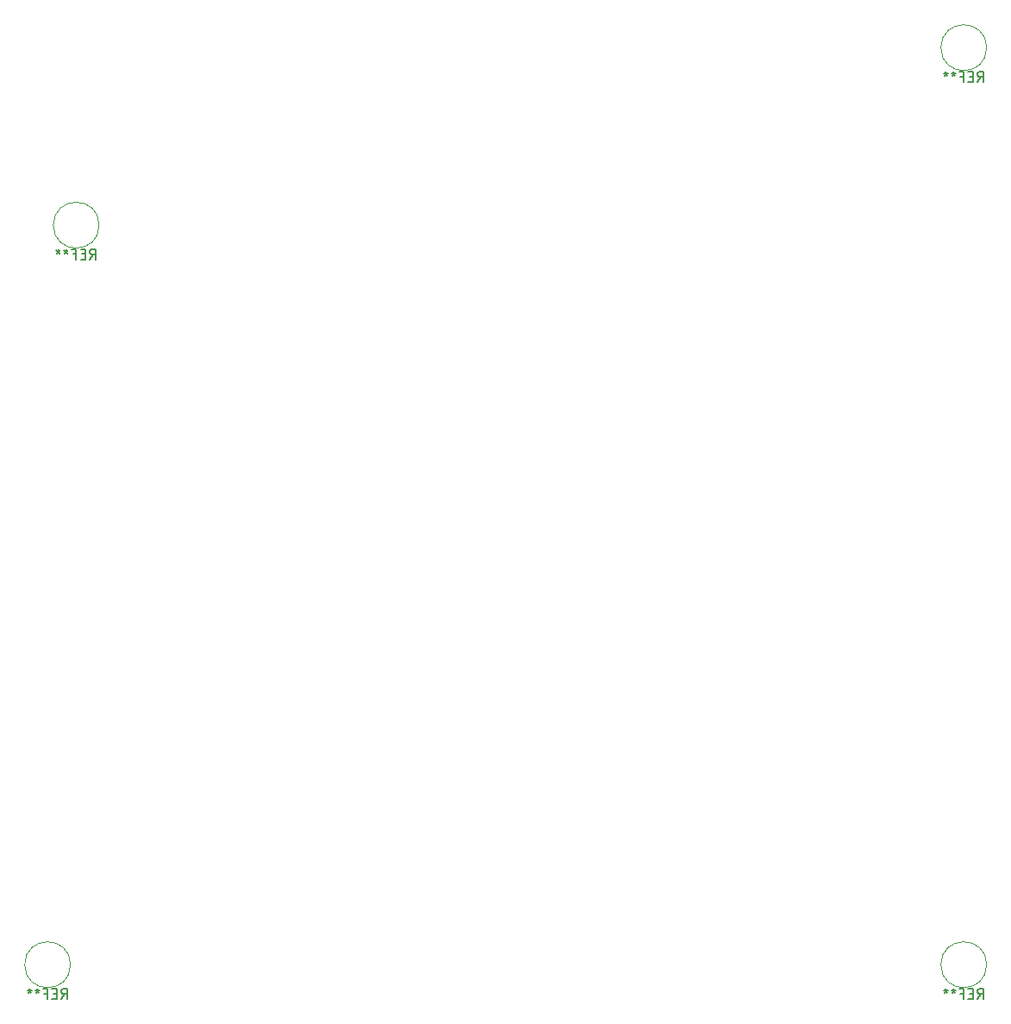
<source format=gbr>
G04 #@! TF.GenerationSoftware,KiCad,Pcbnew,(5.1.5)-2*
G04 #@! TF.CreationDate,2019-12-12T13:33:21-05:00*
G04 #@! TF.ProjectId,face,66616365-2e6b-4696-9361-645f70636258,rev?*
G04 #@! TF.SameCoordinates,Original*
G04 #@! TF.FileFunction,Legend,Bot*
G04 #@! TF.FilePolarity,Positive*
%FSLAX46Y46*%
G04 Gerber Fmt 4.6, Leading zero omitted, Abs format (unit mm)*
G04 Created by KiCad (PCBNEW (5.1.5)-2) date 2019-12-12 13:33:21*
%MOMM*%
%LPD*%
G04 APERTURE LIST*
%ADD10C,0.120000*%
%ADD11C,0.150000*%
G04 APERTURE END LIST*
D10*
X10064000Y-22414000D02*
G75*
G03X10064000Y-22414000I-2250000J0D01*
G01*
X97250000Y-5000000D02*
G75*
G03X97250000Y-5000000I-2250000J0D01*
G01*
X97250000Y-95000000D02*
G75*
G03X97250000Y-95000000I-2250000J0D01*
G01*
X7250000Y-95000000D02*
G75*
G03X7250000Y-95000000I-2250000J0D01*
G01*
D11*
X9147333Y-25764380D02*
X9480666Y-25288190D01*
X9718761Y-25764380D02*
X9718761Y-24764380D01*
X9337809Y-24764380D01*
X9242571Y-24812000D01*
X9194952Y-24859619D01*
X9147333Y-24954857D01*
X9147333Y-25097714D01*
X9194952Y-25192952D01*
X9242571Y-25240571D01*
X9337809Y-25288190D01*
X9718761Y-25288190D01*
X8718761Y-25240571D02*
X8385428Y-25240571D01*
X8242571Y-25764380D02*
X8718761Y-25764380D01*
X8718761Y-24764380D01*
X8242571Y-24764380D01*
X7480666Y-25240571D02*
X7814000Y-25240571D01*
X7814000Y-25764380D02*
X7814000Y-24764380D01*
X7337809Y-24764380D01*
X6814000Y-24764380D02*
X6814000Y-25002476D01*
X7052095Y-24907238D02*
X6814000Y-25002476D01*
X6575904Y-24907238D01*
X6956857Y-25192952D02*
X6814000Y-25002476D01*
X6671142Y-25192952D01*
X6052095Y-24764380D02*
X6052095Y-25002476D01*
X6290190Y-24907238D02*
X6052095Y-25002476D01*
X5814000Y-24907238D01*
X6194952Y-25192952D02*
X6052095Y-25002476D01*
X5909238Y-25192952D01*
X96333333Y-8350380D02*
X96666666Y-7874190D01*
X96904761Y-8350380D02*
X96904761Y-7350380D01*
X96523809Y-7350380D01*
X96428571Y-7398000D01*
X96380952Y-7445619D01*
X96333333Y-7540857D01*
X96333333Y-7683714D01*
X96380952Y-7778952D01*
X96428571Y-7826571D01*
X96523809Y-7874190D01*
X96904761Y-7874190D01*
X95904761Y-7826571D02*
X95571428Y-7826571D01*
X95428571Y-8350380D02*
X95904761Y-8350380D01*
X95904761Y-7350380D01*
X95428571Y-7350380D01*
X94666666Y-7826571D02*
X95000000Y-7826571D01*
X95000000Y-8350380D02*
X95000000Y-7350380D01*
X94523809Y-7350380D01*
X94000000Y-7350380D02*
X94000000Y-7588476D01*
X94238095Y-7493238D02*
X94000000Y-7588476D01*
X93761904Y-7493238D01*
X94142857Y-7778952D02*
X94000000Y-7588476D01*
X93857142Y-7778952D01*
X93238095Y-7350380D02*
X93238095Y-7588476D01*
X93476190Y-7493238D02*
X93238095Y-7588476D01*
X93000000Y-7493238D01*
X93380952Y-7778952D02*
X93238095Y-7588476D01*
X93095238Y-7778952D01*
X96333333Y-98350380D02*
X96666666Y-97874190D01*
X96904761Y-98350380D02*
X96904761Y-97350380D01*
X96523809Y-97350380D01*
X96428571Y-97398000D01*
X96380952Y-97445619D01*
X96333333Y-97540857D01*
X96333333Y-97683714D01*
X96380952Y-97778952D01*
X96428571Y-97826571D01*
X96523809Y-97874190D01*
X96904761Y-97874190D01*
X95904761Y-97826571D02*
X95571428Y-97826571D01*
X95428571Y-98350380D02*
X95904761Y-98350380D01*
X95904761Y-97350380D01*
X95428571Y-97350380D01*
X94666666Y-97826571D02*
X95000000Y-97826571D01*
X95000000Y-98350380D02*
X95000000Y-97350380D01*
X94523809Y-97350380D01*
X94000000Y-97350380D02*
X94000000Y-97588476D01*
X94238095Y-97493238D02*
X94000000Y-97588476D01*
X93761904Y-97493238D01*
X94142857Y-97778952D02*
X94000000Y-97588476D01*
X93857142Y-97778952D01*
X93238095Y-97350380D02*
X93238095Y-97588476D01*
X93476190Y-97493238D02*
X93238095Y-97588476D01*
X93000000Y-97493238D01*
X93380952Y-97778952D02*
X93238095Y-97588476D01*
X93095238Y-97778952D01*
X6333333Y-98350380D02*
X6666666Y-97874190D01*
X6904761Y-98350380D02*
X6904761Y-97350380D01*
X6523809Y-97350380D01*
X6428571Y-97398000D01*
X6380952Y-97445619D01*
X6333333Y-97540857D01*
X6333333Y-97683714D01*
X6380952Y-97778952D01*
X6428571Y-97826571D01*
X6523809Y-97874190D01*
X6904761Y-97874190D01*
X5904761Y-97826571D02*
X5571428Y-97826571D01*
X5428571Y-98350380D02*
X5904761Y-98350380D01*
X5904761Y-97350380D01*
X5428571Y-97350380D01*
X4666666Y-97826571D02*
X5000000Y-97826571D01*
X5000000Y-98350380D02*
X5000000Y-97350380D01*
X4523809Y-97350380D01*
X4000000Y-97350380D02*
X4000000Y-97588476D01*
X4238095Y-97493238D02*
X4000000Y-97588476D01*
X3761904Y-97493238D01*
X4142857Y-97778952D02*
X4000000Y-97588476D01*
X3857142Y-97778952D01*
X3238095Y-97350380D02*
X3238095Y-97588476D01*
X3476190Y-97493238D02*
X3238095Y-97588476D01*
X3000000Y-97493238D01*
X3380952Y-97778952D02*
X3238095Y-97588476D01*
X3095238Y-97778952D01*
M02*

</source>
